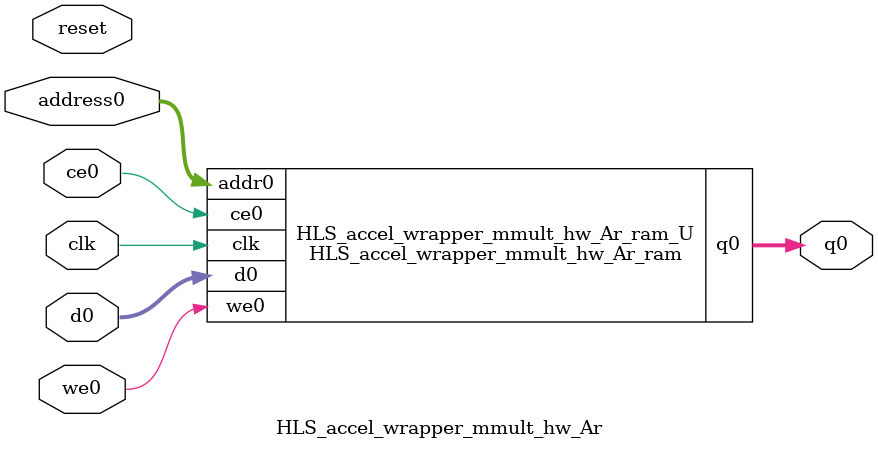
<source format=v>
`timescale 1 ns / 1 ps
module HLS_accel_wrapper_mmult_hw_Ar_ram (addr0, ce0, d0, we0, q0,  clk);

parameter DWIDTH = 32;
parameter AWIDTH = 8;
parameter MEM_SIZE = 256;

input[AWIDTH-1:0] addr0;
input ce0;
input[DWIDTH-1:0] d0;
input we0;
output reg[DWIDTH-1:0] q0;
input clk;

reg [DWIDTH-1:0] ram[0:MEM_SIZE-1];




always @(posedge clk)  
begin 
    if (ce0) begin
        if (we0) 
            ram[addr0] <= d0; 
        q0 <= ram[addr0];
    end
end


endmodule

`timescale 1 ns / 1 ps
module HLS_accel_wrapper_mmult_hw_Ar(
    reset,
    clk,
    address0,
    ce0,
    we0,
    d0,
    q0);

parameter DataWidth = 32'd32;
parameter AddressRange = 32'd256;
parameter AddressWidth = 32'd8;
input reset;
input clk;
input[AddressWidth - 1:0] address0;
input ce0;
input we0;
input[DataWidth - 1:0] d0;
output[DataWidth - 1:0] q0;



HLS_accel_wrapper_mmult_hw_Ar_ram HLS_accel_wrapper_mmult_hw_Ar_ram_U(
    .clk( clk ),
    .addr0( address0 ),
    .ce0( ce0 ),
    .we0( we0 ),
    .d0( d0 ),
    .q0( q0 ));

endmodule


</source>
